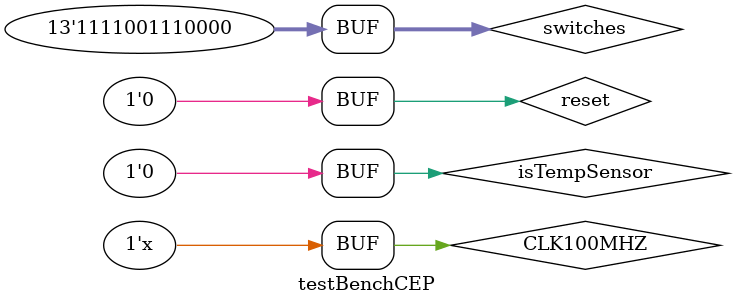
<source format=v>
module testBenchCEP;

reg CLK100MHZ;
reg [12:0] switches; 
reg isTempSensor;
reg reset;

wire TMP_SDA;

wire TMP_SCL;

wire [6:0] SEG; 
wire [7:0] AN;
wire dp;
wire [15:0] LED;
wire R,G,B;


top UUT(CLK100MHZ, switches, isTempSensor, reset, TMP_SDA , TMP_SCL , SEG,AN , dp , LED , R ,  G , B );

always #5CLK100MHZ = ~CLK100MHZ;

initial begin
CLK100MHZ =0;

reset = 1'b0;
isTempSensor=1'b0;
switches=13'b0000000000000; //0

#10;
reset = 1'b0;
isTempSensor=1'b0;
switches=13'b0000000000011; //0.1875

#10;
reset = 1'b0;
isTempSensor=1'b0;
switches=13'b0000001000001; //+4.0625

#10;
reset = 1'b0;
isTempSensor=1'b0;
switches=13'b0000011110101; // 15.3125

#10;
reset = 1'b0;
isTempSensor=1'b0;
switches=13'b0000101000000; //20

#10;
reset = 1'b0;
isTempSensor=1'b0;
switches=13'b0000110010000; //+25

#10;
reset = 1'b0;
isTempSensor=1'b0;
switches=13'b0001000000000; //32

#10;
reset = 1'b0;
isTempSensor=1'b0;
switches=13'b1111111111111; //-0.0625 

#10;
reset = 1'b0;
isTempSensor=1'b0;
switches=13'b1111100000000; //-16

#10;
reset = 1'b0;
isTempSensor=1'b0;
switches=13'b1111001110000; //-25

#10;

end
endmodule
</source>
